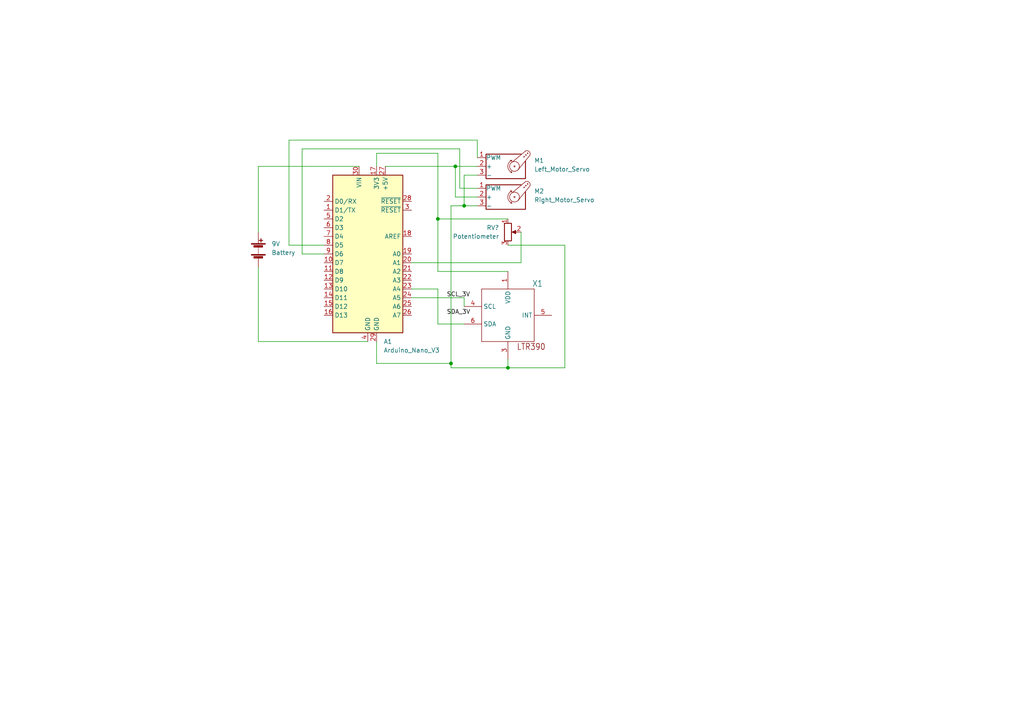
<source format=kicad_sch>
(kicad_sch (version 20211123) (generator eeschema)
  (paper "A4")
  (lib_symbols
    (symbol "Device:Battery" (pin_numbers hide) (pin_names (offset 0) hide)
      (property "Reference" "BT" (at 2.54 2.54 0))
      (property "Value" "Battery" (at 2.54 0 0))
      (symbol "Battery_0_1"
        (rectangle (start -2.032 -1.397) (end 2.032 -1.651) (fill (type outline)))
        (rectangle (start -2.032 1.778) (end 2.032 1.524) (fill (type outline)))
        (rectangle (start -1.3208 -1.9812) (end 1.27 -2.4892) (fill (type outline)))
        (rectangle (start -1.3208 1.1938) (end 1.27 0.6858) (fill (type outline)))
        (polyline (pts (xy 0 -1.524) (xy 0 -1.27)))
        (polyline (pts (xy 0 -1.016) (xy 0 -0.762)))
        (polyline (pts (xy 0 -0.508) (xy 0 -0.254)))
        (polyline (pts (xy 0 0) (xy 0 0.254)))
        (polyline (pts (xy 0 0.508) (xy 0 0.762)))
        (polyline (pts (xy 0 1.778) (xy 0 2.54)))
        (polyline (pts (xy 0.254 2.667) (xy 1.27 2.667)) (stroke (width 0.254)))
        (polyline (pts (xy 0.762 3.175) (xy 0.762 2.159)) (stroke (width 0.254)))
      )
      (symbol "Battery_1_1"
        (pin passive line (at 0 5.08 270) (length 2.54) (name "+") (number "1"))
        (pin passive line (at 0 -5.08 90) (length 2.54) (name "-") (number "2"))
      )
    )
    (symbol "Device:R_Potentiometer" (pin_names (offset 1.016) hide)
      (property "Reference" "RV" (at -4.445 0 90))
      (property "Value" "R_Potentiometer" (at -2.54 0 90))
      (symbol "R_Potentiometer_0_1"
        (polyline (pts (xy 2.54 0) (xy 1.524 0)))
        (polyline (pts (xy 1.143 0) (xy 2.286 0.508) (xy 2.286 -0.508) (xy 1.143 0)) (fill (type outline)))
        (rectangle (start 1.016 2.54) (end -1.016 -2.54) (stroke (width 0.254)))
      )
      (symbol "R_Potentiometer_1_1"
        (pin passive line (at 0 3.81 270) (length 1.27) (name "1") (number "1"))
        (pin passive line (at 3.81 0 180) (length 1.27) (name "2") (number "2"))
        (pin passive line (at 0 -3.81 90) (length 1.27) (name "3") (number "3"))
      )
    )
    (symbol "MCU_Module:Arduino_Nano_v3.x"
      (property "Reference" "A" (at -10.16 23.495 0))
      (property "Value" "Arduino_Nano_v3.x" (at 5.08 -24.13 0))
      (symbol "Arduino_Nano_v3.x_0_1"
        (rectangle (start -10.16 22.86) (end 10.16 -22.86) (stroke (width 0.254)) (fill (type background)))
      )
      (symbol "Arduino_Nano_v3.x_1_1"
        (pin bidirectional line (at -12.7 12.7 0) (length 2.54) (name "D1/TX") (number "1"))
        (pin bidirectional line (at -12.7 -2.54 0) (length 2.54) (name "D7") (number "10"))
        (pin bidirectional line (at -12.7 -5.08 0) (length 2.54) (name "D8") (number "11"))
        (pin bidirectional line (at -12.7 -7.62 0) (length 2.54) (name "D9") (number "12"))
        (pin bidirectional line (at -12.7 -10.16 0) (length 2.54) (name "D10") (number "13"))
        (pin bidirectional line (at -12.7 -12.7 0) (length 2.54) (name "D11") (number "14"))
        (pin bidirectional line (at -12.7 -15.24 0) (length 2.54) (name "D12") (number "15"))
        (pin bidirectional line (at -12.7 -17.78 0) (length 2.54) (name "D13") (number "16"))
        (pin power_out line (at 2.54 25.4 270) (length 2.54) (name "3V3") (number "17"))
        (pin input line (at 12.7 5.08 180) (length 2.54) (name "AREF") (number "18"))
        (pin bidirectional line (at 12.7 0 180) (length 2.54) (name "A0") (number "19"))
        (pin bidirectional line (at -12.7 15.24 0) (length 2.54) (name "D0/RX") (number "2"))
        (pin bidirectional line (at 12.7 -2.54 180) (length 2.54) (name "A1") (number "20"))
        (pin bidirectional line (at 12.7 -5.08 180) (length 2.54) (name "A2") (number "21"))
        (pin bidirectional line (at 12.7 -7.62 180) (length 2.54) (name "A3") (number "22"))
        (pin bidirectional line (at 12.7 -10.16 180) (length 2.54) (name "A4") (number "23"))
        (pin bidirectional line (at 12.7 -12.7 180) (length 2.54) (name "A5") (number "24"))
        (pin bidirectional line (at 12.7 -15.24 180) (length 2.54) (name "A6") (number "25"))
        (pin bidirectional line (at 12.7 -17.78 180) (length 2.54) (name "A7") (number "26"))
        (pin power_out line (at 5.08 25.4 270) (length 2.54) (name "+5V") (number "27"))
        (pin input line (at 12.7 15.24 180) (length 2.54) (name "~{RESET}") (number "28"))
        (pin power_in line (at 2.54 -25.4 90) (length 2.54) (name "GND") (number "29"))
        (pin input line (at 12.7 12.7 180) (length 2.54) (name "~{RESET}") (number "3"))
        (pin power_in line (at -2.54 25.4 270) (length 2.54) (name "VIN") (number "30"))
        (pin power_in line (at 0 -25.4 90) (length 2.54) (name "GND") (number "4"))
        (pin bidirectional line (at -12.7 10.16 0) (length 2.54) (name "D2") (number "5"))
        (pin bidirectional line (at -12.7 7.62 0) (length 2.54) (name "D3") (number "6"))
        (pin bidirectional line (at -12.7 5.08 0) (length 2.54) (name "D4") (number "7"))
        (pin bidirectional line (at -12.7 2.54 0) (length 2.54) (name "D5") (number "8"))
        (pin bidirectional line (at -12.7 0 0) (length 2.54) (name "D6") (number "9"))
      )
    )
    (symbol "Motor:Motor_Servo" (pin_names (offset 0.0254))
      (property "Reference" "M" (at -5.08 4.445 0))
      (property "Value" "Motor_Servo" (at -5.08 -4.064 0))
      (symbol "Motor_Servo_0_1"
        (polyline (pts (xy 2.413 -1.778) (xy 2.032 -1.778)))
        (polyline (pts (xy 2.413 -1.778) (xy 2.286 -1.397)))
        (polyline (pts (xy 2.413 1.778) (xy 1.905 1.778)))
        (polyline (pts (xy 2.413 1.778) (xy 2.286 1.397)))
        (polyline (pts (xy 6.35 4.445) (xy 2.54 1.27)))
        (polyline (pts (xy 7.62 3.175) (xy 4.191 -1.016)))
        (polyline (pts (xy 5.08 3.556) (xy -5.08 3.556) (xy -5.08 -3.556) (xy 6.35 -3.556) (xy 6.35 1.524)) (stroke (width 0.254)))
        (arc (start 2.413 1.778) (mid 1.2406 0) (end 2.413 -1.778))
        (circle (center 3.175 0) (radius 0.1778))
        (circle (center 3.175 0) (radius 1.4224))
        (circle (center 5.969 2.794) (radius 0.127))
        (circle (center 6.477 3.302) (radius 0.127))
        (circle (center 6.985 3.81) (radius 0.127))
        (arc (start 7.62 3.175) (mid 7.4485 4.2735) (end 6.35 4.445))
      )
      (symbol "Motor_Servo_1_1"
        (pin passive line (at -7.62 2.54 0) (length 2.54) (name "PWM") (number "1"))
        (pin passive line (at -7.62 0 0) (length 2.54) (name "+") (number "2"))
        (pin passive line (at -7.62 -2.54 0) (length 2.54) (name "-") (number "3"))
      )
    )
    (symbol "sunglasses-eagle-import:LTR390"
      (property "Reference" "X" (at 10.16 10.16 0))
      (symbol "LTR390_1_0"
        (polyline (pts (xy -7.62 -7.62) (xy -7.62 7.62)) (stroke (width 0.1524)))
        (polyline (pts (xy -7.62 7.62) (xy 7.62 7.62)) (stroke (width 0.1524)))
        (polyline (pts (xy 7.62 -7.62) (xy -7.62 -7.62)) (stroke (width 0.1524)))
        (polyline (pts (xy 7.62 7.62) (xy 7.62 -7.62)) (stroke (width 0.1524)))
        (text "LTR390" (at 2.54 -10.16 0) (effects (font (size 1.778 1.5113)) (justify left bottom)))
        (pin power_in line (at 0 12.7 270) (length 5.08) (name "VDD") (number "1"))
        (pin power_in line (at 0 -12.7 90) (length 5.08) (name "GND") (number "3"))
        (pin bidirectional line (at -12.7 2.54 0) (length 5.08) (name "SCL") (number "4"))
        (pin bidirectional line (at 12.7 0 180) (length 5.08) (name "INT") (number "5"))
        (pin bidirectional line (at -12.7 -2.54 0) (length 5.08) (name "SDA") (number "6"))
      )
    )
  )
  (junction (at 132.08 48.26))
  (junction (at 130.81 105.41))
  (junction (at 134.62 59.69))
  (junction (at 147.32 106.68))
  (junction (at 127 63.5))
  (wire (pts (xy 130.81 106.68) (xy 130.81 105.41)))
  (wire (pts (xy 74.93 77.47) (xy 74.93 99.06)))
  (wire (pts (xy 74.93 99.06) (xy 106.68 99.06)))
  (wire (pts (xy 127 63.5) (xy 127 78.74)))
  (wire (pts (xy 87.63 43.18) (xy 133.35 43.18)))
  (wire (pts (xy 151.13 67.31) (xy 151.13 76.2)))
  (wire (pts (xy 87.63 73.66) (xy 87.63 43.18)))
  (wire (pts (xy 130.81 105.41) (xy 130.81 59.69)))
  (wire (pts (xy 74.93 48.26) (xy 104.14 48.26)))
  (wire (pts (xy 163.83 106.68) (xy 163.83 71.12)))
  (wire (pts (xy 132.08 48.26) (xy 111.76 48.26)))
  (wire (pts (xy 132.08 57.15) (xy 132.08 48.26)))
  (wire (pts (xy 133.35 54.61) (xy 138.43 54.61)))
  (wire (pts (xy 127 93.98) (xy 134.62 93.98)))
  (wire (pts (xy 138.43 40.64) (xy 138.43 45.72)))
  (wire (pts (xy 119.38 86.36) (xy 134.62 86.36)))
  (wire (pts (xy 83.82 71.12) (xy 93.98 71.12)))
  (wire (pts (xy 109.22 105.41) (xy 130.81 105.41)))
  (wire (pts (xy 93.98 73.66) (xy 87.63 73.66)))
  (wire (pts (xy 74.93 67.31) (xy 74.93 48.26)))
  (wire (pts (xy 163.83 71.12) (xy 147.32 71.12)))
  (wire (pts (xy 127 44.45) (xy 127 63.5)))
  (wire (pts (xy 109.22 99.06) (xy 109.22 105.41)))
  (wire (pts (xy 109.22 44.45) (xy 109.22 48.26)))
  (wire (pts (xy 134.62 59.69) (xy 138.43 59.69)))
  (wire (pts (xy 127 63.5) (xy 147.32 63.5)))
  (wire (pts (xy 127 44.45) (xy 109.22 44.45)))
  (wire (pts (xy 147.32 106.68) (xy 147.32 104.14)))
  (wire (pts (xy 130.81 59.69) (xy 134.62 59.69)))
  (wire (pts (xy 134.62 50.8) (xy 134.62 59.69)))
  (wire (pts (xy 132.08 48.26) (xy 138.43 48.26)))
  (wire (pts (xy 127 83.82) (xy 127 93.98)))
  (wire (pts (xy 127 78.74) (xy 147.32 78.74)))
  (wire (pts (xy 133.35 43.18) (xy 133.35 54.61)))
  (wire (pts (xy 83.82 40.64) (xy 83.82 71.12)))
  (wire (pts (xy 147.32 106.68) (xy 163.83 106.68)))
  (wire (pts (xy 147.32 106.68) (xy 130.81 106.68)))
  (wire (pts (xy 119.38 76.2) (xy 151.13 76.2)))
  (wire (pts (xy 119.38 83.82) (xy 127 83.82)))
  (wire (pts (xy 83.82 40.64) (xy 138.43 40.64)))
  (wire (pts (xy 134.62 86.36) (xy 134.62 88.9)))
  (wire (pts (xy 132.08 57.15) (xy 138.43 57.15)))
  (wire (pts (xy 138.43 50.8) (xy 134.62 50.8)))
  (label "SCL_3V" (at 129.54 86.36 0) (effects (font (size 1.2446 1.2446))))
  (label "SDA_3V" (at 129.54 91.44 0) (effects (font (size 1.2446 1.2446))))
  (symbol (lib_id "Device:Battery") (at 74.93 72.39 0) (unit 1)
    (property "Reference" "9V" (at 78.74 70.7389 0) (effects (justify left)))
    (property "Value" "Battery" (at 78.74 73.2789 0) (effects (justify left)))
  )
  (symbol (lib_id "MCU_Module:Arduino_Nano_v3.x") (at 106.68 73.66 0) (unit 1)
    (property "Reference" "A1" (at 111.2394 99.06 0) (effects (justify left)))
    (property "Value" "Arduino_Nano_V3" (at 111.2394 101.6 0) (effects (justify left)))
    (property "Footprint" "Module:Arduino_Nano" (effects hide))
    (property "Datasheet" "http://www.mouser.com/pdfdocs/Gravitech_Arduino_Nano3_0.pdf" (effects hide))
  )
  (symbol (lib_id "Device:R_Potentiometer") (at 147.32 67.31 0) (unit 1)
    (property "Reference" "RV?" (at 144.78 66.0399 0) (effects (justify right)))
    (property "Value" "Potentiometer" (at 144.78 68.5799 0) (effects (justify right)))
  )
  (symbol (lib_id "Motor:Motor_Servo") (at 146.05 57.15 0) (unit 1)
    (property "Reference" "M2" (at 154.94 55.4465 0) (effects (justify left)))
    (property "Value" "Right_Motor_Servo" (at 154.94 57.9865 0) (effects (justify left)))
    (property "Datasheet" "http://forums.parallax.com/uploads/attachments/46831/74481.png" (effects hide))
  )
  (symbol (lib_id "Motor:Motor_Servo") (at 146.05 48.26 0) (unit 1)
    (property "Reference" "M1" (at 154.94 46.5565 0) (effects (justify left)))
    (property "Value" "Left_Motor_Servo" (at 154.94 49.0965 0) (effects (justify left)))
    (property "Datasheet" "http://forums.parallax.com/uploads/attachments/46831/74481.png" (effects hide))
  )
  (symbol (lib_id "sunglasses-eagle-import:LTR390") (at 147.32 91.44 0) (unit 1)
    (property "Reference" "X1" (at 157.48 81.28 0) (effects (font (size 1.778 1.5113)) (justify right top)))
    (property "Value" "LTR390" (effects hide))
    (property "Footprint" "sunglasses:LTR390" (effects hide))
  )
)
</source>
